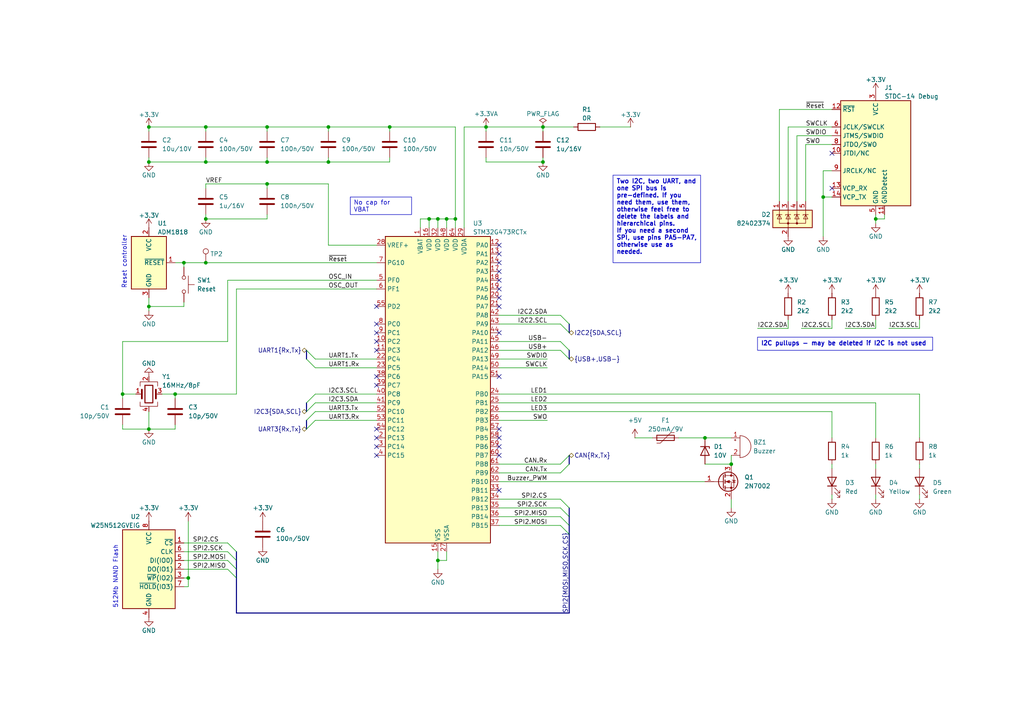
<source format=kicad_sch>
(kicad_sch (version 20250114) (generator "eeschema") (generator_version "9.0")
  (paper "A4")
  (title_block (title "template_pretty_name"))
  (text "512Mb NAND Flash" (at 34.29 176.53 90) (effects (font (size 1.27 1.27)) (justify left bottom)))
  (text "Reset controller" (at 36.83 83.82 90) (effects (font (size 1.27 1.27)) (justify left bottom)))
  (text_box "Two I2C, two UART, and one SPI bus is pre-defined. If you need them, use them, otherwise feel free to delete the labels and hierarchical pins.\nIf you need a second SPI, use pins PA5-PA7, otherwise use as needed." (at 177.8 50.8 0) (size 25.4 25.4) (margins 0.9525 0.9525 0.9525 0.9525) (effects (font (size 1.27 1.27) (thickness 0.254) (bold yes)) (justify left top)))
  (text_box "I2C pullups - may be deleted if I2C is not used" (at 219.71 97.79 0) (size 50.8 3.81) (margins 0.9525 0.9525 0.9525 0.9525) (effects (font (size 1.27 1.27) (thickness 0.254) (bold yes)) (justify left top)))
  (text_box "No cap for VBAT" (at 101.6 57.15 0) (size 17.78 5.08) (margins 0.9525 0.9525 0.9525 0.9525) (effects (font (size 1.27 1.27)) (justify left)))
  (junction (at 59.69 76.2))
  (junction (at 43.18 46.99))
  (junction (at 132.08 63.5))
  (junction (at 212.09 134.62))
  (junction (at 59.69 36.83))
  (junction (at 95.25 36.83))
  (junction (at 140.97 36.83))
  (junction (at 254 63.5))
  (junction (at 204.47 127))
  (junction (at 35.56 114.3))
  (junction (at 43.18 36.83))
  (junction (at 43.18 88.9))
  (junction (at 77.47 53.34))
  (junction (at 59.69 46.99))
  (junction (at 95.25 46.99))
  (junction (at 127 162.56))
  (junction (at 50.8 114.3))
  (junction (at 77.47 46.99))
  (junction (at 54.61 167.64))
  (junction (at 157.48 36.83))
  (junction (at 77.47 36.83))
  (junction (at 157.48 46.99))
  (junction (at 59.69 63.5))
  (junction (at 127 63.5))
  (junction (at 43.18 124.46))
  (junction (at 238.76 57.15))
  (junction (at 53.34 76.2))
  (junction (at 124.46 63.5))
  (junction (at 113.03 36.83))
  (junction (at 129.54 63.5))
  (no_connect (at 109.22 88.9))
  (no_connect (at 109.22 127))
  (no_connect (at 144.78 78.74))
  (no_connect (at 144.78 83.82))
  (no_connect (at 109.22 111.76))
  (no_connect (at 241.3 54.61))
  (no_connect (at 144.78 124.46))
  (no_connect (at 109.22 96.52))
  (no_connect (at 144.78 71.12))
  (no_connect (at 109.22 93.98))
  (no_connect (at 109.22 109.22))
  (no_connect (at 109.22 129.54))
  (no_connect (at 109.22 132.08))
  (no_connect (at 144.78 142.24))
  (no_connect (at 144.78 86.36))
  (no_connect (at 144.78 81.28))
  (no_connect (at 144.78 96.52))
  (no_connect (at 144.78 109.22))
  (no_connect (at 109.22 99.06))
  (no_connect (at 144.78 127))
  (no_connect (at 144.78 129.54))
  (no_connect (at 109.22 124.46))
  (no_connect (at 144.78 132.08))
  (no_connect (at 109.22 101.6))
  (no_connect (at 144.78 76.2))
  (no_connect (at 144.78 88.9))
  (no_connect (at 144.78 73.66))
  (no_connect (at 241.3 44.45))
  (bus_entry (at 88.9 104.14) (size 2.54 2.54))
  (bus_entry (at 88.9 121.92) (size 2.54 -2.54))
  (bus_entry (at 68.58 165.1) (size -2.54 -2.54))
  (bus_entry (at 68.58 160.02) (size -2.54 -2.54))
  (bus_entry (at 88.9 116.84) (size 2.54 -2.54))
  (bus_entry (at 165.1 152.4) (size -2.54 -2.54))
  (bus_entry (at 88.9 119.38) (size 2.54 -2.54))
  (bus_entry (at 165.1 96.52) (size -2.54 -2.54))
  (bus_entry (at 165.1 154.94) (size -2.54 -2.54))
  (bus_entry (at 68.58 162.56) (size -2.54 -2.54))
  (bus_entry (at 165.1 93.98) (size -2.54 -2.54))
  (bus_entry (at 165.1 101.6) (size -2.54 -2.54))
  (bus_entry (at 68.58 167.64) (size -2.54 -2.54))
  (bus_entry (at 165.1 132.08) (size -2.54 2.54))
  (bus_entry (at 165.1 134.62) (size -2.54 2.54))
  (bus_entry (at 165.1 147.32) (size -2.54 -2.54))
  (bus_entry (at 165.1 104.14) (size -2.54 -2.54))
  (bus_entry (at 88.9 101.6) (size 2.54 2.54))
  (bus_entry (at 165.1 149.86) (size -2.54 -2.54))
  (bus_entry (at 88.9 124.46) (size 2.54 -2.54))
  (wire (pts (xy 241.3 95.25) (xy 241.3 92.71)))
  (bus (pts (xy 88.9 116.84) (xy 88.9 119.38)))
  (wire (pts (xy 144.78 116.84) (xy 254 116.84)))
  (wire (pts (xy 256.54 63.5) (xy 254 63.5)))
  (wire (pts (xy 77.47 53.34) (xy 77.47 54.61)))
  (wire (pts (xy 68.58 83.82) (xy 109.22 83.82)))
  (wire (pts (xy 53.34 87.63) (xy 53.34 88.9)))
  (wire (pts (xy 91.44 119.38) (xy 109.22 119.38)))
  (wire (pts (xy 77.47 53.34) (xy 95.25 53.34)))
  (bus (pts (xy 165.1 149.86) (xy 165.1 152.4)))
  (wire (pts (xy 127 160.02) (xy 127 162.56)))
  (wire (pts (xy 144.78 114.3) (xy 266.7 114.3)))
  (wire (pts (xy 241.3 39.37) (xy 231.14 39.37)))
  (wire (pts (xy 241.3 36.83) (xy 228.6 36.83)))
  (wire (pts (xy 266.7 95.25) (xy 266.7 92.71)))
  (wire (pts (xy 35.56 114.3) (xy 35.56 99.06)))
  (wire (pts (xy 53.34 165.1) (xy 66.04 165.1)))
  (wire (pts (xy 238.76 49.53) (xy 241.3 49.53)))
  (wire (pts (xy 129.54 63.5) (xy 129.54 66.04)))
  (wire (pts (xy 256.54 62.23) (xy 256.54 63.5)))
  (wire (pts (xy 254 116.84) (xy 254 127)))
  (wire (pts (xy 254 95.25) (xy 254 92.71)))
  (wire (pts (xy 140.97 36.83) (xy 157.48 36.83)))
  (wire (pts (xy 43.18 124.46) (xy 50.8 124.46)))
  (wire (pts (xy 113.03 36.83) (xy 132.08 36.83)))
  (wire (pts (xy 144.78 144.78) (xy 162.56 144.78)))
  (wire (pts (xy 144.78 147.32) (xy 162.56 147.32)))
  (wire (pts (xy 134.62 36.83) (xy 140.97 36.83)))
  (wire (pts (xy 241.3 31.75) (xy 226.06 31.75)))
  (wire (pts (xy 157.48 46.99) (xy 157.48 45.72)))
  (bus (pts (xy 165.1 134.62) (xy 165.1 132.08)))
  (wire (pts (xy 59.69 36.83) (xy 77.47 36.83)))
  (wire (pts (xy 46.99 114.3) (xy 50.8 114.3)))
  (wire (pts (xy 53.34 162.56) (xy 66.04 162.56)))
  (wire (pts (xy 254 62.23) (xy 254 63.5)))
  (wire (pts (xy 157.48 36.83) (xy 166.37 36.83)))
  (wire (pts (xy 66.04 99.06) (xy 66.04 81.28)))
  (wire (pts (xy 91.44 121.92) (xy 109.22 121.92)))
  (wire (pts (xy 219.71 95.25) (xy 228.6 95.25)))
  (wire (pts (xy 35.56 99.06) (xy 66.04 99.06)))
  (wire (pts (xy 43.18 119.38) (xy 43.18 124.46)))
  (wire (pts (xy 35.56 124.46) (xy 43.18 124.46)))
  (wire (pts (xy 50.8 124.46) (xy 50.8 123.19)))
  (wire (pts (xy 127 165.1) (xy 127 162.56)))
  (wire (pts (xy 144.78 119.38) (xy 241.3 119.38)))
  (wire (pts (xy 59.69 63.5) (xy 59.69 62.23)))
  (bus (pts (xy 88.9 104.14) (xy 88.9 101.6)))
  (wire (pts (xy 129.54 162.56) (xy 127 162.56)))
  (wire (pts (xy 238.76 57.15) (xy 241.3 57.15)))
  (wire (pts (xy 95.25 53.34) (xy 95.25 71.12)))
  (wire (pts (xy 77.47 36.83) (xy 77.47 38.1)))
  (bus (pts (xy 165.1 93.98) (xy 165.1 96.52)))
  (wire (pts (xy 91.44 104.14) (xy 109.22 104.14)))
  (wire (pts (xy 212.09 132.08) (xy 212.09 134.62)))
  (wire (pts (xy 91.44 116.84) (xy 109.22 116.84)))
  (wire (pts (xy 124.46 63.5) (xy 124.46 66.04)))
  (wire (pts (xy 59.69 76.2) (xy 109.22 76.2)))
  (wire (pts (xy 43.18 88.9) (xy 53.34 88.9)))
  (wire (pts (xy 43.18 46.99) (xy 43.18 45.72)))
  (wire (pts (xy 35.56 115.57) (xy 35.56 114.3)))
  (wire (pts (xy 132.08 66.04) (xy 132.08 63.5)))
  (wire (pts (xy 43.18 36.83) (xy 43.18 38.1)))
  (wire (pts (xy 144.78 152.4) (xy 162.56 152.4)))
  (wire (pts (xy 266.7 143.51) (xy 266.7 144.78)))
  (bus (pts (xy 165.1 147.32) (xy 165.1 149.86)))
  (wire (pts (xy 245.11 95.25) (xy 254 95.25)))
  (wire (pts (xy 144.78 93.98) (xy 162.56 93.98)))
  (wire (pts (xy 140.97 46.99) (xy 157.48 46.99)))
  (wire (pts (xy 241.3 134.62) (xy 241.3 135.89)))
  (wire (pts (xy 144.78 137.16) (xy 162.56 137.16)))
  (wire (pts (xy 54.61 170.18) (xy 54.61 167.64)))
  (wire (pts (xy 157.48 36.83) (xy 157.48 38.1)))
  (wire (pts (xy 233.68 41.91) (xy 233.68 58.42)))
  (wire (pts (xy 144.78 149.86) (xy 162.56 149.86)))
  (wire (pts (xy 266.7 134.62) (xy 266.7 135.89)))
  (wire (pts (xy 113.03 46.99) (xy 113.03 45.72)))
  (wire (pts (xy 59.69 63.5) (xy 77.47 63.5)))
  (wire (pts (xy 113.03 36.83) (xy 113.03 38.1)))
  (wire (pts (xy 144.78 91.44) (xy 162.56 91.44)))
  (wire (pts (xy 59.69 46.99) (xy 77.47 46.99)))
  (bus (pts (xy 165.1 152.4) (xy 165.1 154.94)))
  (wire (pts (xy 43.18 46.99) (xy 59.69 46.99)))
  (wire (pts (xy 144.78 99.06) (xy 162.56 99.06)))
  (bus (pts (xy 165.1 177.8) (xy 68.58 177.8)))
  (wire (pts (xy 35.56 124.46) (xy 35.56 123.19)))
  (wire (pts (xy 54.61 151.13) (xy 54.61 167.64)))
  (wire (pts (xy 241.3 119.38) (xy 241.3 127)))
  (wire (pts (xy 173.99 36.83) (xy 182.88 36.83)))
  (wire (pts (xy 77.47 36.83) (xy 95.25 36.83)))
  (wire (pts (xy 226.06 31.75) (xy 226.06 58.42)))
  (wire (pts (xy 140.97 36.83) (xy 140.97 38.1)))
  (wire (pts (xy 59.69 53.34) (xy 77.47 53.34)))
  (wire (pts (xy 77.47 63.5) (xy 77.47 62.23)))
  (wire (pts (xy 121.92 63.5) (xy 121.92 66.04)))
  (wire (pts (xy 212.09 134.62) (xy 204.47 134.62)))
  (wire (pts (xy 238.76 57.15) (xy 238.76 49.53)))
  (bus (pts (xy 68.58 165.1) (xy 68.58 167.64)))
  (wire (pts (xy 59.69 36.83) (xy 59.69 38.1)))
  (wire (pts (xy 77.47 46.99) (xy 95.25 46.99)))
  (wire (pts (xy 53.34 76.2) (xy 59.69 76.2)))
  (wire (pts (xy 127 63.5) (xy 124.46 63.5)))
  (wire (pts (xy 228.6 95.25) (xy 228.6 92.71)))
  (wire (pts (xy 144.78 139.7) (xy 204.47 139.7)))
  (wire (pts (xy 232.41 95.25) (xy 241.3 95.25)))
  (wire (pts (xy 144.78 121.92) (xy 158.75 121.92)))
  (bus (pts (xy 165.1 154.94) (xy 165.1 177.8)))
  (wire (pts (xy 196.85 127) (xy 204.47 127)))
  (wire (pts (xy 129.54 160.02) (xy 129.54 162.56)))
  (wire (pts (xy 91.44 106.68) (xy 109.22 106.68)))
  (wire (pts (xy 53.34 76.2) (xy 53.34 77.47)))
  (wire (pts (xy 50.8 76.2) (xy 53.34 76.2)))
  (wire (pts (xy 254 63.5) (xy 254 64.77)))
  (wire (pts (xy 35.56 114.3) (xy 39.37 114.3)))
  (bus (pts (xy 165.1 101.6) (xy 165.1 104.14)))
  (wire (pts (xy 50.8 115.57) (xy 50.8 114.3)))
  (bus (pts (xy 68.58 167.64) (xy 68.58 177.8)))
  (wire (pts (xy 144.78 106.68) (xy 158.75 106.68)))
  (wire (pts (xy 241.3 143.51) (xy 241.3 144.78)))
  (bus (pts (xy 68.58 160.02) (xy 68.58 162.56)))
  (wire (pts (xy 257.81 95.25) (xy 266.7 95.25)))
  (wire (pts (xy 53.34 170.18) (xy 54.61 170.18)))
  (wire (pts (xy 144.78 134.62) (xy 162.56 134.62)))
  (bus (pts (xy 88.9 121.92) (xy 88.9 124.46)))
  (wire (pts (xy 184.15 127) (xy 189.23 127)))
  (wire (pts (xy 140.97 46.99) (xy 140.97 45.72)))
  (wire (pts (xy 129.54 63.5) (xy 132.08 63.5)))
  (wire (pts (xy 144.78 101.6) (xy 162.56 101.6)))
  (wire (pts (xy 53.34 167.64) (xy 54.61 167.64)))
  (wire (pts (xy 204.47 127) (xy 212.09 127)))
  (wire (pts (xy 124.46 63.5) (xy 121.92 63.5)))
  (wire (pts (xy 127 63.5) (xy 127 66.04)))
  (wire (pts (xy 254 143.51) (xy 254 144.78)))
  (wire (pts (xy 50.8 114.3) (xy 68.58 114.3)))
  (bus (pts (xy 68.58 162.56) (xy 68.58 165.1)))
  (wire (pts (xy 228.6 36.83) (xy 228.6 58.42)))
  (wire (pts (xy 254 134.62) (xy 254 135.89)))
  (wire (pts (xy 95.25 46.99) (xy 95.25 45.72)))
  (wire (pts (xy 68.58 114.3) (xy 68.58 83.82)))
  (wire (pts (xy 129.54 63.5) (xy 127 63.5)))
  (wire (pts (xy 53.34 160.02) (xy 66.04 160.02)))
  (wire (pts (xy 212.09 147.32) (xy 212.09 144.78)))
  (wire (pts (xy 144.78 104.14) (xy 158.75 104.14)))
  (wire (pts (xy 59.69 46.99) (xy 59.69 45.72)))
  (wire (pts (xy 231.14 39.37) (xy 231.14 58.42)))
  (wire (pts (xy 95.25 71.12) (xy 109.22 71.12)))
  (wire (pts (xy 266.7 114.3) (xy 266.7 127)))
  (wire (pts (xy 132.08 36.83) (xy 132.08 63.5)))
  (wire (pts (xy 95.25 46.99) (xy 113.03 46.99)))
  (wire (pts (xy 238.76 68.58) (xy 238.76 57.15)))
  (wire (pts (xy 43.18 36.83) (xy 59.69 36.83)))
  (wire (pts (xy 66.04 81.28) (xy 109.22 81.28)))
  (wire (pts (xy 91.44 114.3) (xy 109.22 114.3)))
  (wire (pts (xy 59.69 53.34) (xy 59.69 54.61)))
  (wire (pts (xy 95.25 36.83) (xy 113.03 36.83)))
  (wire (pts (xy 43.18 86.36) (xy 43.18 88.9)))
  (wire (pts (xy 95.25 36.83) (xy 95.25 38.1)))
  (wire (pts (xy 241.3 41.91) (xy 233.68 41.91)))
  (wire (pts (xy 134.62 36.83) (xy 134.62 66.04)))
  (wire (pts (xy 53.34 157.48) (xy 66.04 157.48)))
  (wire (pts (xy 77.47 46.99) (xy 77.47 45.72)))
  (wire (pts (xy 43.18 90.17) (xy 43.18 88.9)))
  (label "SPI2.MISO" (at 158.75 149.86 180))
  (label "LED1" (at 158.75 114.3 180))
  (label "SWDIO" (at 158.75 104.14 180))
  (label "I2C3.SCL" (at 95.25 114.3 0))
  (label "~{Reset}" (at 233.68 31.75 0))
  (label "UART3.Rx" (at 95.25 121.92 0))
  (label "USB-" (at 158.75 99.06 180))
  (label "~{Reset}" (at 95.25 76.2 0))
  (label "Buzzer_PWM" (at 158.75 139.7 180))
  (label "SPI2.SCK" (at 158.75 147.32 180))
  (label "SPI2.MOSI" (at 158.75 152.4 180))
  (label "SPI2.CS" (at 158.75 144.78 180))
  (label "SWDIO" (at 233.68 39.37 0))
  (label "SPI2.MOSI" (at 55.88 162.56 0))
  (label "SPI2.CS" (at 55.88 157.48 0))
  (label "SPI2{MOSI,MISO,SCK,CS}" (at 165.1 177.8 90))
  (label "UART3.Tx" (at 95.25 119.38 0))
  (label "SPI2.SCK" (at 55.88 160.02 0))
  (label "USB+" (at 158.75 101.6 180))
  (label "UART1.Rx" (at 95.25 106.68 0))
  (label "LED2" (at 158.75 116.84 180))
  (label "SWO" (at 158.75 121.92 180))
  (label "OSC_IN" (at 95.25 81.28 0))
  (label "VREF" (at 59.69 53.34 0))
  (label "SPI2.MISO" (at 55.88 165.1 0))
  (label "I2C3.SCL" (at 257.81 95.25 0))
  (label "I2C2.SCL" (at 232.41 95.25 0))
  (label "CAN.Rx" (at 158.75 134.62 180))
  (label "UART1.Tx" (at 95.25 104.14 0))
  (label "I2C2.SDA" (at 158.75 91.44 180))
  (label "I2C3.SDA" (at 95.25 116.84 0))
  (label "OSC_OUT" (at 95.25 83.82 0))
  (label "LED3" (at 158.75 119.38 180))
  (label "SWCLK" (at 233.68 36.83 0))
  (label "I2C3.SDA" (at 245.11 95.25 0))
  (label "I2C2.SDA" (at 219.71 95.25 0))
  (label "SWO" (at 233.68 41.91 0))
  (label "CAN.Tx" (at 158.75 137.16 180))
  (label "SWCLK" (at 158.75 106.68 180))
  (label "I2C2.SCL" (at 158.75 93.98 180))
  (hierarchical_label "I2C3{SDA,SCL}" (shape bidirectional) (at 88.9 119.38 180))
  (hierarchical_label "UART3{Rx,Tx}" (shape bidirectional) (at 88.9 124.46 180))
  (hierarchical_label "UART1{Rx,Tx}" (shape bidirectional) (at 88.9 101.6 180))
  (hierarchical_label "I2C2{SDA,SCL}" (shape bidirectional) (at 165.1 96.52 0))
  (hierarchical_label "{USB+,USB-}" (shape bidirectional) (at 165.1 104.14 0))
  (hierarchical_label "CAN{Rx,Tx}" (shape bidirectional) (at 165.1 132.08 0))
  (symbol (lib_name "GND_2") (lib_id "power:GND") (at 212.09 147.32 0) (unit 1)
    (property "Reference" "#PWR018" (effects (hide yes)))
    (property "Value" "GND" (at 212.09 151.13 0))
    (property "Description" "Power symbol creates a global label with name \"GND\" , ground" (effects (hide yes)))
  )
  (symbol (lib_id "kicad-standard-lib:ADM1818") (at 43.18 76.2 0) (unit 1)
    (property "Reference" "U1" (at 45.72 64.77 0) (effects (justify left)))
    (property "Value" "ADM1818" (at 45.72 67.31 0) (effects (justify left)))
    (property "Footprint" "Package_TO_SOT_SMD:SOT-23" (effects (hide yes)))
    (property "Datasheet" "https://www.analog.com/media/en/technical-documentation/data-sheets/ADM1810_1811_1812_1813_1815_1816_1817_1818.pdf" (effects (hide yes)))
    (property "Description" "Microprocessor Reset (active-low) Circuit, SOT-23" (effects (hide yes)))
    (property "Part No." "ADM1818-20ARTZ-RL7" (effects (hide yes)))
  )
  (symbol (lib_id "power:GND") (at 228.6 68.58 0) (unit 1)
    (property "Reference" "#PWR019" (effects (hide yes)))
    (property "Value" "GND" (at 228.6 72.39 0))
    (property "Description" "Power symbol creates a global label with name \"GND\" , ground" (effects (hide yes)))
  )
  (symbol (lib_id "kicad-standard-lib:LED_Green") (at 266.7 139.7 90) (unit 1)
    (property "Reference" "D5" (at 270.51 140.0174 90) (effects (justify right)))
    (property "Value" "Green" (at 270.51 142.5574 90) (effects (justify right)))
    (property "Footprint" "LED_SMD:LED_0603_1608Metric" (effects (hide yes)))
    (property "Datasheet" "https://www.we-online.com/components/products/datasheet/150060GS75000.pdf" (effects (hide yes)))
    (property "Description" "Green LED Waterclear" (effects (hide yes)))
    (property "Part No." "150060GS75000" (effects (hide yes)))
  )
  (symbol (lib_id "kicad-standard-lib:LED_Red") (at 241.3 139.7 90) (unit 1)
    (property "Reference" "D3" (at 245.11 140.0174 90) (effects (justify right)))
    (property "Value" "Red" (at 245.11 142.5574 90) (effects (justify right)))
    (property "Footprint" "LED_SMD:LED_0603_1608Metric" (effects (hide yes)))
    (property "Datasheet" "https://www.we-online.com/components/products/datasheet/150060RS75000.pdf" (effects (hide yes)))
    (property "Description" "Red LED Waterclear" (effects (hide yes)))
    (property "Part No." "150060RS75000" (effects (hide yes)))
  )
  (symbol (lib_id "kicad-standard-lib:LED_Yellow") (at 254 139.7 90) (unit 1)
    (property "Reference" "D4" (at 257.81 140.0174 90) (effects (justify right)))
    (property "Value" "Yellow" (at 257.81 142.5574 90) (effects (justify right)))
    (property "Footprint" "LED_SMD:LED_0603_1608Metric" (effects (hide yes)))
    (property "Datasheet" "https://www.we-online.com/components/products/datasheet/150060YS75000.pdf" (effects (hide yes)))
    (property "Description" "Yellow LED Waterclear" (effects (hide yes)))
    (property "Part No." "150060YS75000" (effects (hide yes)))
  )
  (symbol (lib_id "power:+3.3V") (at 43.18 151.13 0) (unit 1)
    (property "Reference" "#PWR07" (effects (hide yes)))
    (property "Value" "+3.3V" (at 43.18 147.32 0))
    (property "Description" "Power symbol creates a global label with name \"+3.3V\"" (effects (hide yes)))
  )
  (symbol (lib_id "kicad-standard-lib:C_10p") (at 35.56 119.38 0) (mirror y) (unit 1)
    (property "Reference" "C1" (at 31.75 118.1099 0) (effects (justify left)))
    (property "Value" "10p/50V" (at 31.75 120.6499 0) (effects (justify left)))
    (property "Footprint" "Capacitor_SMD:C_0603_1608Metric" (effects (hide yes)))
    (property "Datasheet" "https://www.we-online.com/components/products/datasheet/885012006051.pdf" (effects (hide yes)))
    (property "Description" "10p 50V NP0 MLCC" (effects (hide yes)))
    (property "Part No." "885012006051" (effects (hide yes)))
  )
  (symbol (lib_id "Connector:Conn_ST_STDC14") (at 254 44.45 0) (mirror y) (unit 1)
    (property "Reference" "J1" (at 256.54 25.4 0) (effects (justify right)))
    (property "Value" "STDC-14 Debug" (at 256.54 27.94 0) (effects (justify right)))
    (property "Footprint" "kicad-standard-lib:IDC-Header_2x07_P1.27mm_Vertical_SMD" (effects (hide yes)))
    (property "Datasheet" "https://www.st.com/content/ccc/resource/technical/document/user_manual/group1/99/49/91/b6/b2/3a/46/e5/DM00526767/files/DM00526767.pdf/jcr:content/translations/en.DM00526767.pdf" (effects (hide yes)))
    (property "Description" "ST Debug Connector, standard ARM Cortex-M SWD and JTAG interface plus UART" (effects (hide yes)))
    (property "Part No." "62701420621" (effects (hide yes)))
  )
  (symbol (lib_id "power:GND") (at 254 144.78 0) (unit 1)
    (property "Reference" "#PWR027" (effects (hide yes)))
    (property "Value" "GND" (at 254 148.59 0))
    (property "Description" "Power symbol creates a global label with name \"GND\" , ground" (effects (hide yes)))
  )
  (symbol (lib_id "power:GND") (at 59.69 63.5 0) (unit 1)
    (property "Reference" "#PWR010" (effects (hide yes)))
    (property "Value" "GND" (at 59.69 67.31 0))
    (property "Description" "Power symbol creates a global label with name \"GND\" , ground" (effects (hide yes)))
  )
  (symbol (lib_id "kicad-standard-lib:C_100n") (at 77.47 41.91 0) (unit 1)
    (property "Reference" "C7" (at 81.28 40.6399 0) (effects (justify left)))
    (property "Value" "100n/50V" (at 81.28 43.1799 0) (effects (justify left)))
    (property "Footprint" "Capacitor_SMD:C_0603_1608Metric" (effects (hide yes)))
    (property "Datasheet" "https://www.we-online.com/components/products/datasheet/885012206095.pdf" (effects (hide yes)))
    (property "Description" "100nF 50V X7R MLCC" (effects (hide yes)))
    (property "Part No." "885012206095" (effects (hide yes)))
  )
  (symbol (lib_id "kicad-standard-lib:R_2k2") (at 241.3 88.9 0) (unit 1)
    (property "Reference" "R3" (at 243.84 87.6299 0) (effects (justify left)))
    (property "Value" "2k2" (at 243.84 90.1699 0) (effects (justify left)))
    (property "Footprint" "Resistor_SMD:R_0603_1608Metric" (effects (hide yes)))
    (property "Datasheet" "https://www.vishay.com/docs/28773/crcwce3.pdf" (effects (hide yes)))
    (property "Description" "2k2 Ohm 1% 100mW Thick Film Resistor" (effects (hide yes)))
    (property "Part No." "CRCW06032K20FKEAC" (effects (hide yes)))
  )
  (symbol (lib_id "kicad-standard-lib:R_2k2") (at 228.6 88.9 0) (unit 1)
    (property "Reference" "R2" (at 231.14 87.6299 0) (effects (justify left)))
    (property "Value" "2k2" (at 231.14 90.1699 0) (effects (justify left)))
    (property "Footprint" "Resistor_SMD:R_0603_1608Metric" (effects (hide yes)))
    (property "Datasheet" "https://www.vishay.com/docs/28773/crcwce3.pdf" (effects (hide yes)))
    (property "Description" "2k2 Ohm 1% 100mW Thick Film Resistor" (effects (hide yes)))
    (property "Part No." "CRCW06032K20FKEAC" (effects (hide yes)))
  )
  (symbol (lib_id "Connector:TestPoint") (at 59.69 76.2 0) (unit 1)
    (property "Reference" "TP2" (at 60.96 73.66 0) (effects (justify left)))
    (property "Value" "TestPoint" (effects (hide yes)))
    (property "Footprint" "TestPoint:TestPoint_THTPad_D2.0mm_Drill1.0mm" (effects (hide yes)))
    (property "Description" "test point" (effects (hide yes)))
  )
  (symbol (lib_id "kicad-standard-lib:C_100n") (at 113.03 41.91 0) (unit 1)
    (property "Reference" "C10" (at 116.84 40.6399 0) (effects (justify left)))
    (property "Value" "100n/50V" (at 116.84 43.1799 0) (effects (justify left)))
    (property "Footprint" "Capacitor_SMD:C_0603_1608Metric" (effects (hide yes)))
    (property "Datasheet" "https://www.we-online.com/components/products/datasheet/885012206095.pdf" (effects (hide yes)))
    (property "Description" "100nF 50V X7R MLCC" (effects (hide yes)))
    (property "Part No." "885012206095" (effects (hide yes)))
  )
  (symbol (lib_id "kicad-standard-lib:Buzzer_CUI_CMT-8504-100-SMT-TR") (at 214.63 129.54 0) (unit 1)
    (property "Reference" "BZ1" (at 218.44 128.2699 0) (effects (justify left)))
    (property "Value" "Buzzer" (at 218.44 130.8099 0) (effects (justify left)))
    (property "Footprint" "kicad-standard-lib:Buzzer_CUI_CMT-8504-100-SMT-TR" (effects (hide yes)))
    (property "Datasheet" "https://www.sameskydevices.com/product/resource/cmt-8504-100-smt-tr.pdf" (effects (hide yes)))
    (property "Description" "Buzzer, polarized" (effects (hide yes)))
    (property "Part No." "CMT-8504-100-SMT-TR" (effects (hide yes)))
  )
  (symbol (lib_id "kicad-standard-lib:C_100n") (at 95.25 41.91 0) (unit 1)
    (property "Reference" "C9" (at 99.06 40.6399 0) (effects (justify left)))
    (property "Value" "100n/50V" (at 99.06 43.1799 0) (effects (justify left)))
    (property "Footprint" "Capacitor_SMD:C_0603_1608Metric" (effects (hide yes)))
    (property "Datasheet" "https://www.we-online.com/components/products/datasheet/885012206095.pdf" (effects (hide yes)))
    (property "Description" "100nF 50V X7R MLCC" (effects (hide yes)))
    (property "Part No." "885012206095" (effects (hide yes)))
  )
  (symbol (lib_name "+5V_1") (lib_id "power:+5V") (at 184.15 127 0) (unit 1)
    (property "Reference" "#PWR017" (effects (hide yes)))
    (property "Value" "+5V" (at 184.15 121.92 0))
    (property "Description" "Power symbol creates a global label with name \"+5V\"" (effects (hide yes)))
  )
  (symbol (lib_id "power:GND") (at 43.18 109.22 180) (unit 1)
    (property "Reference" "#PWR05" (effects (hide yes)))
    (property "Value" "GND" (at 43.18 105.41 0))
    (property "Description" "Power symbol creates a global label with name \"GND\" , ground" (effects (hide yes)))
  )
  (symbol (lib_id "power:GND") (at 127 165.1 0) (unit 1)
    (property "Reference" "#PWR013" (effects (hide yes)))
    (property "Value" "GND" (at 127 168.91 0))
    (property "Description" "Power symbol creates a global label with name \"GND\" , ground" (effects (hide yes)))
  )
  (symbol (lib_id "power:+3.3V") (at 76.2 151.13 0) (unit 1)
    (property "Reference" "#PWR011" (effects (hide yes)))
    (property "Value" "+3.3V" (at 76.2 147.32 0))
    (property "Description" "Power symbol creates a global label with name \"+3.3V\"" (effects (hide yes)))
  )
  (symbol (lib_id "power:GND") (at 43.18 46.99 0) (unit 1)
    (property "Reference" "#PWR02" (effects (hide yes)))
    (property "Value" "GND" (at 43.18 50.8 0))
    (property "Description" "Power symbol creates a global label with name \"GND\" , ground" (effects (hide yes)))
  )
  (symbol (lib_id "power:+3.3V") (at 228.6 85.09 0) (unit 1)
    (property "Reference" "#PWR020" (effects (hide yes)))
    (property "Value" "+3.3V" (at 228.6 81.28 0))
    (property "Description" "Power symbol creates a global label with name \"+3.3V\"" (effects (hide yes)))
  )
  (symbol (lib_id "power:+3.3V") (at 241.3 85.09 0) (unit 1)
    (property "Reference" "#PWR022" (effects (hide yes)))
    (property "Value" "+3.3V" (at 241.3 81.28 0))
    (property "Description" "Power symbol creates a global label with name \"+3.3V\"" (effects (hide yes)))
  )
  (symbol (lib_id "kicad-standard-lib:Q_2N7002") (at 209.55 139.7 0) (unit 1)
    (property "Reference" "Q1" (at 215.9 138.4299 0) (effects (justify left)))
    (property "Value" "2N7002" (at 215.9 140.9699 0) (effects (justify left)))
    (property "Footprint" "Package_TO_SOT_SMD:SOT-23" (effects (hide yes)))
    (property "Datasheet" "https://assets.nexperia.com/documents/data-sheet/2N7002NXBK.pdf" (effects (hide yes)))
    (property "Description" "60V Vds, 0.27A Id, N-Channel MOSFET, SOT-23" (effects (hide yes)))
    (property "Part No." "2N7002NXBKR" (effects (hide yes)))
  )
  (symbol (lib_id "kicad-standard-lib:D_TVSx4") (at 228.6 63.5 0) (unit 1)
    (property "Reference" "D2" (at 223.52 62.23 0) (effects (justify right)))
    (property "Value" "82402374" (at 223.52 64.77 0) (effects (justify right)))
    (property "Footprint" "Package_TO_SOT_SMD:SOT-353_SC-70-5" (effects (hide yes)))
    (property "Datasheet" "https://www.we-online.com/components/products/datasheet/82402374.pdf" (effects (hide yes)))
    (property "Description" "TVS Diode Array, 5V Standoff, 4 Channels, SC70-5L package" (effects (hide yes)))
    (property "Part No." "82402374" (effects (hide yes)))
  )
  (symbol (lib_id "power:+3.3V") (at 43.18 36.83 0) (unit 1)
    (property "Reference" "#PWR01" (effects (hide yes)))
    (property "Value" "+3.3V" (at 43.18 33.274 0))
    (property "Description" "Power symbol creates a global label with name \"+3.3V\"" (effects (hide yes)))
  )
  (symbol (lib_id "kicad-standard-lib:C_100n") (at 59.69 41.91 0) (unit 1)
    (property "Reference" "C4" (at 63.5 40.6399 0) (effects (justify left)))
    (property "Value" "100n/50V" (at 63.5 43.1799 0) (effects (justify left)))
    (property "Footprint" "Capacitor_SMD:C_0603_1608Metric" (effects (hide yes)))
    (property "Datasheet" "https://www.we-online.com/components/products/datasheet/885012206095.pdf" (effects (hide yes)))
    (property "Description" "100nF 50V X7R MLCC" (effects (hide yes)))
    (property "Part No." "885012206095" (effects (hide yes)))
  )
  (symbol (lib_id "kicad-standard-lib:C_10u") (at 43.18 41.91 0) (unit 1)
    (property "Reference" "C2" (at 46.99 40.6399 0) (effects (justify left)))
    (property "Value" "10u/10V" (at 46.99 43.1799 0) (effects (justify left)))
    (property "Footprint" "Capacitor_SMD:C_0805_2012Metric" (effects (hide yes)))
    (property "Datasheet" "https://www.we-online.com/components/products/datasheet885012207026.pdf" (effects (hide yes)))
    (property "Description" "10u 10V X7R MLCC" (effects (hide yes)))
    (property "Part No." "885012207026" (effects (hide yes)))
  )
  (symbol (lib_id "power:GND") (at 43.18 124.46 0) (unit 1)
    (property "Reference" "#PWR06" (effects (hide yes)))
    (property "Value" "GND" (at 43.18 128.27 0))
    (property "Description" "Power symbol creates a global label with name \"GND\" , ground" (effects (hide yes)))
  )
  (symbol (lib_id "power:GND") (at 266.7 144.78 0) (unit 1)
    (property "Reference" "#PWR029" (effects (hide yes)))
    (property "Value" "GND" (at 266.7 148.59 0))
    (property "Description" "Power symbol creates a global label with name \"GND\" , ground" (effects (hide yes)))
  )
  (symbol (lib_id "power:GND") (at 76.2 158.75 0) (unit 1)
    (property "Reference" "#PWR012" (effects (hide yes)))
    (property "Value" "GND" (at 76.2 162.56 0))
    (property "Description" "Power symbol creates a global label with name \"GND\" , ground" (effects (hide yes)))
  )
  (symbol (lib_id "power:+3.3V") (at 43.18 66.04 0) (unit 1)
    (property "Reference" "#PWR03" (effects (hide yes)))
    (property "Value" "+3.3V" (at 43.18 62.484 0))
    (property "Description" "Power symbol creates a global label with name \"+3.3V\"" (effects (hide yes)))
  )
  (symbol (lib_id "MCU_ST_STM32G4:STM32G473RCTx") (at 127 114.3 0) (unit 1)
    (property "Reference" "U3" (at 137.16 64.77 0) (effects (justify left)))
    (property "Value" "STM32G473RCTx" (at 137.16 67.31 0) (effects (justify left)))
    (property "Footprint" "Package_QFP:LQFP-64_10x10mm_P0.5mm" (effects (hide yes)))
    (property "Datasheet" "https://www.st.com/resource/en/datasheet/stm32g473rc.pdf" (effects (hide yes)))
    (property "Description" "STMicroelectronics Arm Cortex-M4 MCU, 256KB flash, 128KB RAM, 170 MHz, 1.71-3.6V, 52 GPIO, LQFP64" (effects (hide yes)))
    (property "Part No." "STM32G473RCT6" (effects (hide yes)))
  )
  (symbol (lib_id "power:GND") (at 157.48 46.99 0) (unit 1)
    (property "Reference" "#PWR015" (effects (hide yes)))
    (property "Value" "GND" (at 157.48 50.8 0))
    (property "Description" "Power symbol creates a global label with name \"GND\" , ground" (effects (hide yes)))
  )
  (symbol (lib_id "power:GND") (at 254 64.77 0) (unit 1)
    (property "Reference" "#PWR025" (effects (hide yes)))
    (property "Value" "GND" (at 254 68.58 0))
    (property "Description" "Power symbol creates a global label with name \"GND\" , ground" (effects (hide yes)))
  )
  (symbol (lib_id "kicad-standard-lib:R_1k") (at 266.7 130.81 0) (unit 1)
    (property "Reference" "R8" (at 269.24 129.5399 0) (effects (justify left)))
    (property "Value" "1k" (at 269.24 132.0799 0) (effects (justify left)))
    (property "Footprint" "Resistor_SMD:R_0603_1608Metric" (effects (hide yes)))
    (property "Datasheet" "https://www.vishay.com/docs/28773/crcwce3.pdf" (effects (hide yes)))
    (property "Description" "1k Ohm 1% 100mW Thick Film Resistor" (effects (hide yes)))
    (property "Part No." "CRCW06031K00FKEAC" (effects (hide yes)))
  )
  (symbol (lib_id "kicad-standard-lib:C_10n") (at 140.97 41.91 0) (unit 1)
    (property "Reference" "C11" (at 144.78 40.6399 0) (effects (justify left)))
    (property "Value" "10n/50V" (at 144.78 43.1799 0) (effects (justify left)))
    (property "Footprint" "Capacitor_SMD:C_0603_1608Metric" (effects (hide yes)))
    (property "Datasheet" "https://www.we-online.com/components/products/datasheet/885012206089.pdf" (effects (hide yes)))
    (property "Description" "10nF 50V X7R MLCC" (effects (hide yes)))
    (property "Part No." "885012206089" (effects (hide yes)))
  )
  (symbol (lib_id "power:GND") (at 43.18 179.07 0) (unit 1)
    (property "Reference" "#PWR08" (effects (hide yes)))
    (property "Value" "GND" (at 43.18 182.88 0))
    (property "Description" "Power symbol creates a global label with name \"GND\" , ground" (effects (hide yes)))
  )
  (symbol (lib_id "kicad-standard-lib:SW_Pushbutton") (at 53.34 82.55 270) (unit 1)
    (property "Reference" "SW1" (at 57.15 81.2799 90) (effects (justify left)))
    (property "Value" "Reset" (at 57.15 83.8199 90) (effects (justify left)))
    (property "Footprint" "kicad-standard-lib:SW_Push_Wuerth_434123025826" (effects (hide yes)))
    (property "Datasheet" "https://www.we-online.com/components/products/datasheet/434123025826.pdf" (effects (hide yes)))
    (property "Description" "Push button switch, generic, two pins" (effects (hide yes)))
    (property "Part No." "434123025826" (effects (hide yes)))
  )
  (symbol (lib_id "kicad-standard-lib:R_2k2") (at 254 88.9 0) (unit 1)
    (property "Reference" "R5" (at 256.54 87.6299 0) (effects (justify left)))
    (property "Value" "2k2" (at 256.54 90.1699 0) (effects (justify left)))
    (property "Footprint" "Resistor_SMD:R_0603_1608Metric" (effects (hide yes)))
    (property "Datasheet" "https://www.vishay.com/docs/28773/crcwce3.pdf" (effects (hide yes)))
    (property "Description" "2k2 Ohm 1% 100mW Thick Film Resistor" (effects (hide yes)))
    (property "Part No." "CRCW06032K20FKEAC" (effects (hide yes)))
  )
  (symbol (lib_id "power:+3.3V") (at 254 85.09 0) (unit 1)
    (property "Reference" "#PWR026" (effects (hide yes)))
    (property "Value" "+3.3V" (at 254 81.28 0))
    (property "Description" "Power symbol creates a global label with name \"+3.3V\"" (effects (hide yes)))
  )
  (symbol (lib_id "kicad-standard-lib:Crystal_16MHz") (at 43.18 114.3 0) (unit 1)
    (property "Reference" "Y1" (at 46.99 109.22 0) (effects (justify left)))
    (property "Value" "16MHz/8pF" (at 46.99 111.76 0) (effects (justify left)))
    (property "Footprint" "Crystal:Crystal_SMD_3225-4Pin_3.2x2.5mm" (effects (hide yes)))
    (property "Datasheet" "https://www.we-online.com/components/products/datasheet/830064296.pdf" (effects (hide yes)))
    (property "Description" "16MHz 20ppm 8pF quartz crystal" (effects (hide yes)))
    (property "Part No." "830064296" (effects (hide yes)))
  )
  (symbol (lib_id "kicad-standard-lib:R_1k") (at 254 130.81 0) (unit 1)
    (property "Reference" "R6" (at 256.54 129.5399 0) (effects (justify left)))
    (property "Value" "1k" (at 256.54 132.0799 0) (effects (justify left)))
    (property "Footprint" "Resistor_SMD:R_0603_1608Metric" (effects (hide yes)))
    (property "Datasheet" "https://www.vishay.com/docs/28773/crcwce3.pdf" (effects (hide yes)))
    (property "Description" "1k Ohm 1% 100mW Thick Film Resistor" (effects (hide yes)))
    (property "Part No." "CRCW06031K00FKEAC" (effects (hide yes)))
  )
  (symbol (lib_id "power:+3.3V") (at 182.88 36.83 0) (unit 1)
    (property "Reference" "#PWR016" (effects (hide yes)))
    (property "Value" "+3.3V" (at 182.88 33.274 0))
    (property "Description" "Power symbol creates a global label with name \"+3.3V\"" (effects (hide yes)))
  )
  (symbol (lib_id "kicad-standard-lib:C_100n") (at 77.47 58.42 0) (unit 1)
    (property "Reference" "C8" (at 81.28 57.1499 0) (effects (justify left)))
    (property "Value" "100n/50V" (at 81.28 59.6899 0) (effects (justify left)))
    (property "Footprint" "Capacitor_SMD:C_0603_1608Metric" (effects (hide yes)))
    (property "Datasheet" "https://www.we-online.com/components/products/datasheet/885012206095.pdf" (effects (hide yes)))
    (property "Description" "100nF 50V X7R MLCC" (effects (hide yes)))
    (property "Part No." "885012206095" (effects (hide yes)))
  )
  (symbol (lib_id "power:GND") (at 241.3 144.78 0) (unit 1)
    (property "Reference" "#PWR023" (effects (hide yes)))
    (property "Value" "GND" (at 241.3 148.59 0))
    (property "Description" "Power symbol creates a global label with name \"GND\" , ground" (effects (hide yes)))
  )
  (symbol (lib_id "power:GND") (at 43.18 90.17 0) (unit 1)
    (property "Reference" "#PWR04" (effects (hide yes)))
    (property "Value" "GND" (at 43.18 93.98 0))
    (property "Description" "Power symbol creates a global label with name \"GND\" , ground" (effects (hide yes)))
  )
  (symbol (lib_id "power:PWR_FLAG") (at 157.48 36.83 0) (unit 1)
    (property "Reference" "#FLG01" (effects (hide yes)))
    (property "Value" "PWR_FLAG" (at 157.48 33.02 0))
    (property "Description" "Special symbol for telling ERC where power comes from" (effects (hide yes)))
  )
  (symbol (lib_id "kicad-standard-lib:R_1k") (at 241.3 130.81 0) (unit 1)
    (property "Reference" "R4" (at 243.84 129.5399 0) (effects (justify left)))
    (property "Value" "1k" (at 243.84 132.0799 0) (effects (justify left)))
    (property "Footprint" "Resistor_SMD:R_0603_1608Metric" (effects (hide yes)))
    (property "Datasheet" "https://www.vishay.com/docs/28773/crcwce3.pdf" (effects (hide yes)))
    (property "Description" "1k Ohm 1% 100mW Thick Film Resistor" (effects (hide yes)))
    (property "Part No." "CRCW06031K00FKEAC" (effects (hide yes)))
  )
  (symbol (lib_id "kicad-standard-lib:R_0R") (at 170.18 36.83 90) (unit 1)
    (property "Reference" "R1" (at 170.18 31.75 90))
    (property "Value" "0R" (at 170.18 34.29 90))
    (property "Footprint" "Resistor_SMD:R_0603_1608Metric" (effects (hide yes)))
    (property "Datasheet" "https://www.vishay.com/docs/28773/crcwce3.pdf" (effects (hide yes)))
    (property "Description" "0 Ohm 1% 100mW Thick Film Resistor" (effects (hide yes)))
    (property "Part No." "CRCW06030000Z0EAC" (effects (hide yes)))
  )
  (symbol (lib_id "kicad-standard-lib:C_100n") (at 76.2 154.94 0) (unit 1)
    (property "Reference" "C6" (at 80.01 153.6699 0) (effects (justify left)))
    (property "Value" "100n/50V" (at 80.01 156.2099 0) (effects (justify left)))
    (property "Footprint" "Capacitor_SMD:C_0603_1608Metric" (effects (hide yes)))
    (property "Datasheet" "https://www.we-online.com/components/products/datasheet/885012206095.pdf" (effects (hide yes)))
    (property "Description" "100nF 50V X7R MLCC" (effects (hide yes)))
    (property "Part No." "885012206095" (effects (hide yes)))
  )
  (symbol (lib_id "kicad-standard-lib:C_1u_16V") (at 157.48 41.91 0) (unit 1)
    (property "Reference" "C12" (at 161.29 40.6399 0) (effects (justify left)))
    (property "Value" "1u/16V" (at 161.29 43.1799 0) (effects (justify left)))
    (property "Footprint" "Capacitor_SMD:C_0603_1608Metric" (effects (hide yes)))
    (property "Datasheet" "https://www.we-online.com/components/products/datasheet/885012206052.pdf" (effects (hide yes)))
    (property "Description" "1u 16V X7R MLCC" (effects (hide yes)))
    (property "Part No." "885012206052" (effects (hide yes)))
  )
  (symbol (lib_id "power:+3.3V") (at 266.7 85.09 0) (unit 1)
    (property "Reference" "#PWR028" (effects (hide yes)))
    (property "Value" "+3.3V" (at 266.7 81.28 0))
    (property "Description" "Power symbol creates a global label with name \"+3.3V\"" (effects (hide yes)))
  )
  (symbol (lib_id "kicad-standard-lib:C_10p") (at 50.8 119.38 0) (unit 1)
    (property "Reference" "C3" (at 54.61 118.1099 0) (effects (justify left)))
    (property "Value" "10p/50V" (at 54.61 120.6499 0) (effects (justify left)))
    (property "Footprint" "Capacitor_SMD:C_0603_1608Metric" (effects (hide yes)))
    (property "Datasheet" "https://www.we-online.com/components/products/datasheet/885012006051.pdf" (effects (hide yes)))
    (property "Description" "10p 50V NP0 MLCC" (effects (hide yes)))
    (property "Part No." "885012006051" (effects (hide yes)))
  )
  (symbol (lib_id "power:GND") (at 238.76 68.58 0) (unit 1)
    (property "Reference" "#PWR021" (effects (hide yes)))
    (property "Value" "GND" (at 238.76 72.39 0))
    (property "Description" "Power symbol creates a global label with name \"GND\" , ground" (effects (hide yes)))
  )
  (symbol (lib_id "kicad-standard-lib:C_1u_16V") (at 59.69 58.42 0) (unit 1)
    (property "Reference" "C5" (at 63.5 57.1499 0) (effects (justify left)))
    (property "Value" "1u/16V" (at 63.5 59.6899 0) (effects (justify left)))
    (property "Footprint" "Capacitor_SMD:C_0603_1608Metric" (effects (hide yes)))
    (property "Datasheet" "https://www.we-online.com/components/products/datasheet/885012206052.pdf" (effects (hide yes)))
    (property "Description" "1u 16V X7R MLCC" (effects (hide yes)))
    (property "Part No." "885012206052" (effects (hide yes)))
  )
  (symbol (lib_id "power:+3.3V") (at 254 26.67 0) (unit 1)
    (property "Reference" "#PWR024" (effects (hide yes)))
    (property "Value" "+3.3V" (at 254 23.114 0))
    (property "Description" "Power symbol creates a global label with name \"+3.3V\"" (effects (hide yes)))
  )
  (symbol (lib_id "kicad-standard-lib:R_2k2") (at 266.7 88.9 0) (unit 1)
    (property "Reference" "R7" (at 269.24 87.6299 0) (effects (justify left)))
    (property "Value" "2k2" (at 269.24 90.1699 0) (effects (justify left)))
    (property "Footprint" "Resistor_SMD:R_0603_1608Metric" (effects (hide yes)))
    (property "Datasheet" "https://www.vishay.com/docs/28773/crcwce3.pdf" (effects (hide yes)))
    (property "Description" "2k2 Ohm 1% 100mW Thick Film Resistor" (effects (hide yes)))
    (property "Part No." "CRCW06032K20FKEAC" (effects (hide yes)))
  )
  (symbol (lib_id "kicad-standard-lib:D_Zener_10v") (at 204.47 130.81 270) (unit 1)
    (property "Reference" "D1" (at 207.01 129.5399 90) (effects (justify left)))
    (property "Value" "10V" (at 207.01 132.0799 90) (effects (justify left)))
    (property "Footprint" "Diode_SMD:D_SOD-523" (effects (hide yes)))
    (property "Datasheet" "https://www.diodes.com/assets/Datasheets/ds30502.pdf" (effects (hide yes)))
    (property "Description" "Zener diode 10V 300mW" (effects (hide yes)))
    (property "Part No." "BZT52C10T-7" (effects (hide yes)))
  )
  (symbol (lib_id "power:+3.3VA") (at 140.97 36.83 0) (unit 1)
    (property "Reference" "#PWR014" (effects (hide yes)))
    (property "Value" "+3.3VA" (at 140.97 33.02 0))
    (property "Description" "Power symbol creates a global label with name \"+3.3VA\"" (effects (hide yes)))
  )
  (symbol (lib_id "kicad-standard-lib:W25N512GVEIG") (at 43.18 165.1 0) (mirror y) (unit 1)
    (property "Reference" "U2" (at 40.64 149.86 0) (effects (justify left)))
    (property "Value" "W25N512GVEIG" (at 40.64 152.4 0) (effects (justify left)))
    (property "Footprint" "kicad-standard-lib:WSON-8-1EP_8x6mm_P1.27mm_EP3.4x4.3mm" (effects (hide yes)))
    (property "Datasheet" "https://www.mouser.ch/datasheet/2/949/w25n512gv_rev_c_112118-2487896.pdf" (effects (hide yes)))
    (property "Description" "512Mb Serial SLC NAND Flash Memory, Standard/Dual/Quad SPI, WSON-8 8x6mm" (effects (hide yes)))
    (property "Part No." "W25N512GVEIG" (effects (hide yes)))
  )
  (symbol (lib_id "power:+3.3V") (at 54.61 151.13 0) (unit 1)
    (property "Reference" "#PWR09" (effects (hide yes)))
    (property "Value" "+3.3V" (at 54.61 147.32 0))
    (property "Description" "Power symbol creates a global label with name \"+3.3V\"" (effects (hide yes)))
  )
  (symbol (lib_id "kicad-standard-lib:F_250mA_9V") (at 193.04 127 90) (unit 1)
    (property "Reference" "F1" (at 193.04 121.92 90))
    (property "Value" "250mA/9V" (at 193.04 124.46 90))
    (property "Footprint" "Fuse:Fuse_0603_1608Metric" (effects (hide yes)))
    (property "Datasheet" "https://www.littelfuse.com/media?resourcetype=datasheets&itemid=879563f9-97a7-4e71-adba-37de085b333f&filename=littelfuse-ptc-0603l-datasheet" (effects (hide yes)))
    (property "Description" "Polyfuse, 250mA/550mA 9V" (effects (hide yes)))
    (property "Part No." "0603L025YR" (effects (hide yes)))
  )
)
</source>
